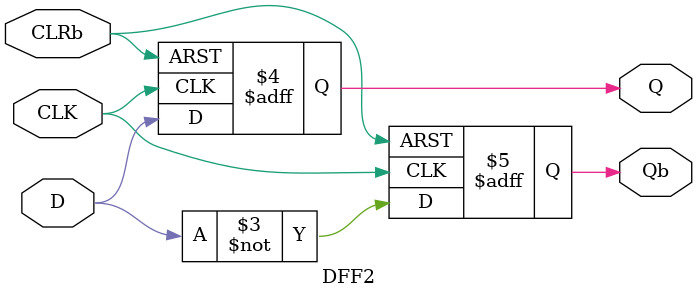
<source format=v>


module DFF2( Q, Qb, CLK, CLRb, D );

   // input ports
   input CLRb, CLK, D;
   
   // output ports
   output Q, Qb;

   // internal variables
   reg 	  Q, Qb;

   always @(posedge CLK or negedge CLRb)
     if(~CLRb) begin
	Q <= 1'b0;
	Qb <= 1'b1;
     end else begin
	Q <= D;
	Qb <= ~D;
     end
endmodule

</source>
